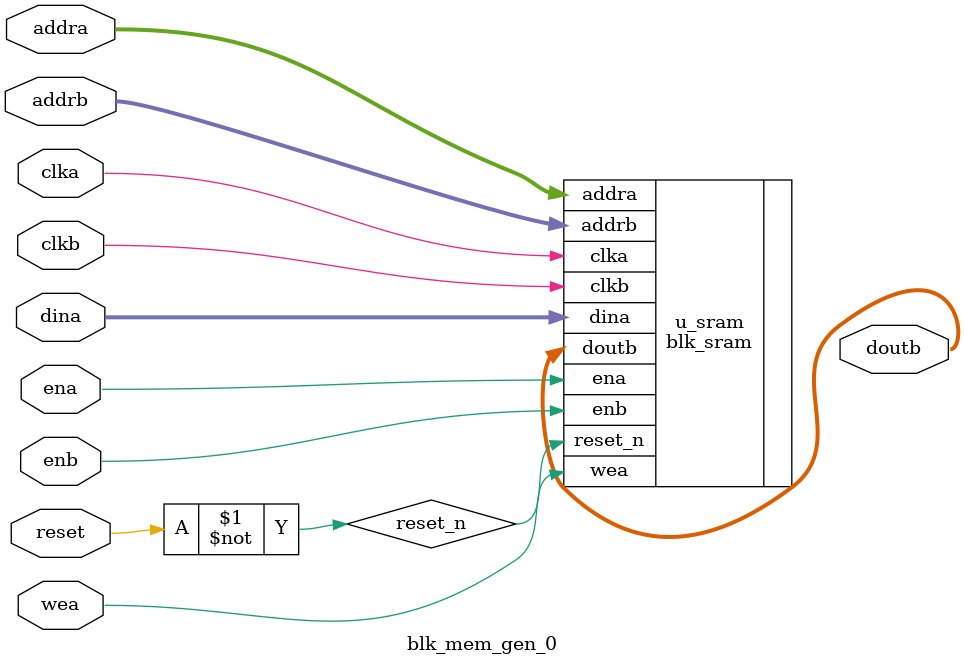
<source format=v>
module blk_mem_gen_0 #(
    parameter ADDR_WIDTH = 11,
    parameter DATA_WIDTH = 256
)(
    input clka,
    input reset,
    input ena,
    input wea,
    input [ADDR_WIDTH-1:0] addra,
    input [DATA_WIDTH-1:0] dina,

    input clkb,
    input enb,
    input [ADDR_WIDTH-1:0] addrb,
    output [DATA_WIDTH-1:0] doutb
);

wire reset_n = ~reset;

blk_sram #(
    .ADDR_WIDTH(ADDR_WIDTH),
    .DATA_WIDTH(DATA_WIDTH),
    .INIT_FILE("clauses.txt")   // ?? BINARY FILE
) u_sram (
    .clka(clka),
    .reset_n(reset_n),
    .ena(ena),
    .wea(wea),
    .addra(addra),
    .dina(dina),

    .clkb(clkb),
    .enb(enb),
    .addrb(addrb),
    .doutb(doutb)
);

endmodule


</source>
